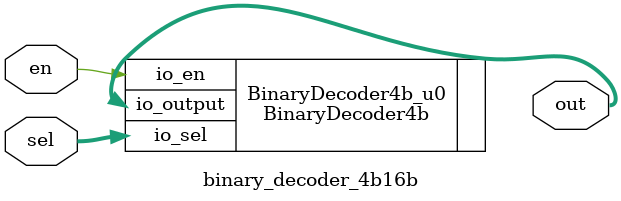
<source format=sv>
module binary_decoder_4b16b
    (
    input logic     [3:0]   sel,
    input logic             en,
    output logic    [15:0]  out
    );

    BinaryDecoder4b BinaryDecoder4b_u0 (
        .io_output  ( out   ),
        .io_en      ( en    ),
        .io_sel     ( sel   )
    );
endmodule
</source>
